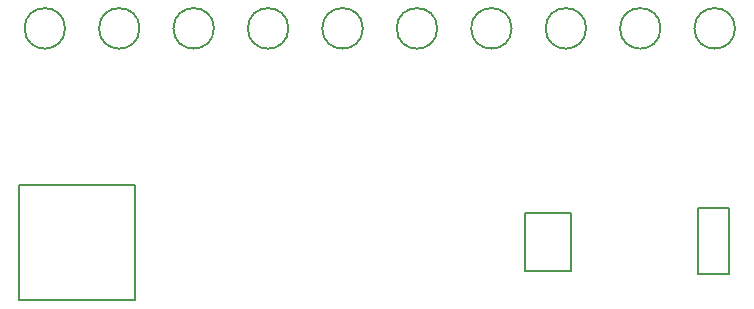
<source format=gbr>
G04*
G04 #@! TF.GenerationSoftware,Altium Limited,Altium Designer,24.1.2 (44)*
G04*
G04 Layer_Color=8388736*
%FSLAX44Y44*%
%MOMM*%
G71*
G04*
G04 #@! TF.SameCoordinates,BD343A0D-4BD6-4D64-9A7B-49F0AB29FDDA*
G04*
G04*
G04 #@! TF.FilePolarity,Positive*
G04*
G01*
G75*
%ADD11C,0.2000*%
%ADD35C,0.1500*%
D11*
X604782Y49570D02*
X631182D01*
Y105370D01*
X604782D02*
X631182D01*
X604782Y49570D02*
Y105370D01*
X30094Y124996D02*
X127894D01*
Y27196D02*
Y124996D01*
X30094Y27196D02*
X127894D01*
X30094D02*
Y124996D01*
X458553Y52437D02*
Y101487D01*
Y52437D02*
X497503D01*
Y101487D01*
X458553D02*
X497503D01*
D35*
X636148Y257556D02*
G03*
X636148Y257556I-17150J0D01*
G01*
X573128D02*
G03*
X573128Y257556I-17150J0D01*
G01*
X510107D02*
G03*
X510107Y257556I-17150J0D01*
G01*
X447087D02*
G03*
X447087Y257556I-17150J0D01*
G01*
X384067D02*
G03*
X384067Y257556I-17150J0D01*
G01*
X321047D02*
G03*
X321047Y257556I-17150J0D01*
G01*
X258027D02*
G03*
X258027Y257556I-17150J0D01*
G01*
X195006D02*
G03*
X195006Y257556I-17150J0D01*
G01*
X131986D02*
G03*
X131986Y257556I-17150J0D01*
G01*
X68966D02*
G03*
X68966Y257556I-17150J0D01*
G01*
M02*

</source>
